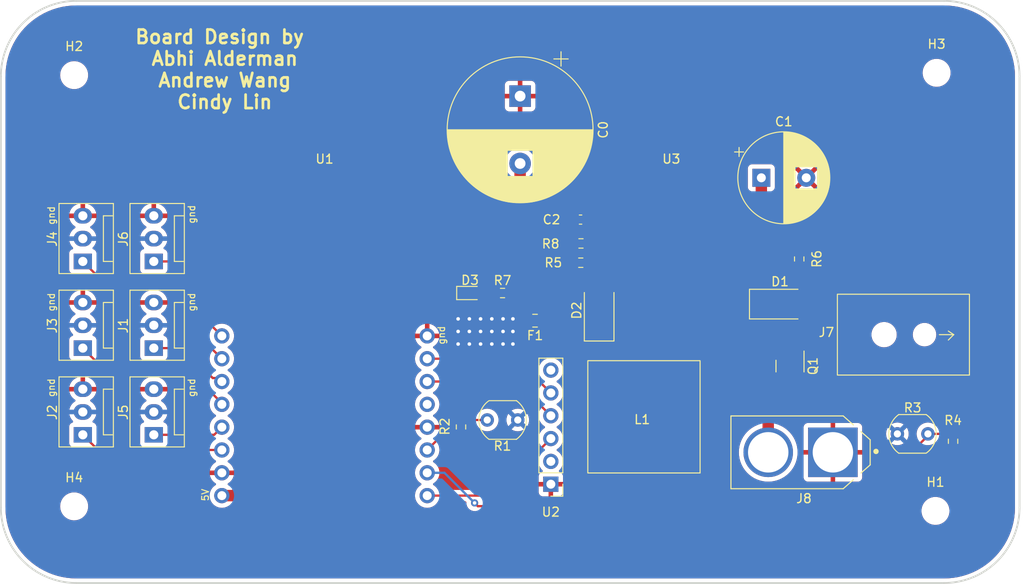
<source format=kicad_pcb>
(kicad_pcb (version 20211014) (generator pcbnew)
  (layers (0 "F.Cu" signal) (31 "B.Cu" signal) (34 "B.Paste" user) (35 "F.Paste" user) (36 "B.SilkS" user "B.Silkscreen") (37 "F.SilkS" user "F.Silkscreen") (38 "B.Mask" user) (39 "F.Mask" user) (44 "Edge.Cuts" user))
  (net 0 "")
  (net 1 "GND")
  (net 2 "5Vesp")
  (net 3 "Net-(C1-Pad1)")
  (net 4 "Net-(C2-Pad1)")
  (net 5 "VBUS")
  (net 6 "Net-(D2-Pad1)")
  (net 7 "5V")
  (net 8 "IO15")
  (net 9 "IO13")
  (net 10 "IO12")
  (net 11 "IO4")
  (net 12 "IO2")
  (net 13 "IO14")
  (net 14 "VBAT")
  (net 15 "IO0")
  (net 16 "IO16")
  (net 17 "Net-(R5-Pad2)")
  (net 18 "Net-(U1-Pad9)")
  (net 19 "Net-(U1-Pad10)")
  (net 21 "Net-(U1-Pad15)")
  (net 24 "Net-(C2-Pad2)")
  (net 25 "Net-(D3-Pad2)")
  (footprint "MountingHole:MountingHole_2.1mm" (layer "F.Cu") (at 79.756 46.863)
    (fp_text reference "H2" (at 0 -3.2) (layer "F.SilkS"))
    (fp_text value "MountingHole")
    (pad "" np_thru_hole circle (at 0 0) (size 2.1 2.1) (drill 2.1) (layers *.Cu *.Mask))
  )
  (footprint "Diode_SMD:D_SMA" (layer "F.Cu") (at 138.2 73.0625 90)
    (fp_text reference "D2" (at 0 -2.5 90) (layer "F.SilkS"))
    (fp_text value "D_Schottky")
    (pad "1" smd rect (at -2 0 90) (size 2.5 1.8) (layers "F.Cu" "F.Paste" "F.Mask") (net 6 "Net-(D2-Pad1)"))
    (pad "2" smd rect (at 2 0 90) (size 2.5 1.8) (layers "F.Cu" "F.Paste" "F.Mask") (net 1 "GND"))
  )
  (footprint "Connector:FanPinHeader_1x03_P2.54mm_Vertical" (layer "F.Cu") (at 88.621 77.254 90)
    (fp_text reference "J1" (at 2.5 -3.4 90) (layer "F.SilkS"))
    (fp_text value "Conn_01x03_Male")
    (pad "1" thru_hole rect (at 0 0 180) (size 2.03 1.73) (drill 1.02) (layers *.Cu *.Mask) (net 13 "IO14"))
    (pad "2" thru_hole oval (at 2.54 0 180) (size 2.03 1.73) (drill 1.02) (layers *.Cu *.Mask) (net 7 "5V"))
    (pad "3" thru_hole oval (at 5.08 0 180) (size 2.03 1.73) (drill 1.02) (layers *.Cu *.Mask) (net 1 "GND"))
  )
  (footprint "OptoDevice:R_LDR_5.1x4.3mm_P3.4mm_Vertical" (layer "F.Cu") (at 171.4 86.8)
    (fp_text reference "R3" (at 1.7 -2.9) (layer "F.SilkS"))
    (fp_text value "LDR07")
    (pad "1" thru_hole circle (at 0 0) (size 1.5 1.5) (drill 0.8) (layers *.Cu *.Mask) (net 7 "5V"))
    (pad "2" thru_hole circle (at 3.4 0) (size 1.5 1.5) (drill 0.8) (layers *.Cu *.Mask) (net 16 "IO16"))
  )
  (footprint "Symbol:MC34167 - 5V StepDownRegulator" (layer "F.Cu") (at 146.221 65.844)
    (fp_text reference "U3" (at 0.014 -9.644 unlocked) (layer "F.SilkS"))
    (fp_text value "MC34167")
    (pad "1" smd roundrect (at -3.404 6.115) (size 1.016 3.05) (layers "F.Cu" "F.Paste" "F.Mask") (roundrect_rratio 0.1476377953) (net 17 "Net-(R5-Pad2)"))
    (pad "2" smd roundrect (at -1.702 6.115) (size 1.016 3.05) (layers "F.Cu" "F.Paste" "F.Mask") (roundrect_rratio 0.1476377953) (net 6 "Net-(D2-Pad1)"))
    (pad "3" smd roundrect (at 0 6.115) (size 1.016 3.05) (layers "F.Cu" "F.Paste" "F.Mask") (roundrect_rratio 0.1476377953) (net 1 "GND"))
    (pad "4" smd roundrect (at 1.702 6.115) (size 1.016 3.05) (layers "F.Cu" "F.Paste" "F.Mask") (roundrect_rratio 0.1476377953) (net 3 "Net-(C1-Pad1)"))
    (pad "5" smd roundrect (at 3.404 6.115) (size 1.016 3.05) (layers "F.Cu" "F.Paste" "F.Mask") (roundrect_rratio 0.1476377953) (net 4 "Net-(C2-Pad1)"))
    (pad "6" smd roundrect (at 0 -4.19) (size 10.49 8.38) (layers "F.Cu" "F.Paste" "F.Mask") (roundrect_rratio 0.05966587112) (net 1 "GND"))
  )
  (footprint "OptoDevice:R_LDR_5.1x4.3mm_P3.4mm_Vertical" (layer "F.Cu") (at 129.139 85.254 180)
    (fp_text reference "R1" (at 1.7 -2.9) (layer "F.SilkS"))
    (fp_text value "LDR07")
    (pad "1" thru_hole circle (at 0 0 180) (size 1.5 1.5) (drill 0.8) (layers *.Cu *.Mask) (net 7 "5V"))
    (pad "2" thru_hole circle (at 3.4 0 180) (size 1.5 1.5) (drill 0.8) (layers *.Cu *.Mask) (net 15 "IO0"))
  )
  (footprint "Connector:FanPinHeader_1x03_P2.54mm_Vertical" (layer "F.Cu") (at 88.621 86.904 90)
    (fp_text reference "J5" (at 2.5 -3.4 90) (layer "F.SilkS"))
    (fp_text value "Conn_01x03_Male")
    (pad "1" thru_hole rect (at 0 0 180) (size 2.03 1.73) (drill 1.02) (layers *.Cu *.Mask) (net 9 "IO13"))
    (pad "2" thru_hole oval (at 2.54 0 180) (size 2.03 1.73) (drill 1.02) (layers *.Cu *.Mask) (net 7 "5V"))
    (pad "3" thru_hole oval (at 5.08 0 180) (size 2.03 1.73) (drill 1.02) (layers *.Cu *.Mask) (net 1 "GND"))
  )
  (footprint "Resistor_SMD:R_0603_1608Metric" (layer "F.Cu") (at 127.445 71.12 180)
    (fp_text reference "R7" (at 0 1.397) (layer "F.SilkS"))
    (fp_text value "604")
    (pad "1" smd roundrect (at -0.825 0 180) (size 0.8 0.95) (layers "F.Cu" "F.Paste" "F.Mask") (net 7 "5V"))
    (pad "2" smd roundrect (at 0.825 0 180) (size 0.8 0.95) (layers "F.Cu" "F.Paste" "F.Mask") (net 25 "Net-(D3-Pad2)"))
  )
  (footprint "Diode_SMD:D_SMA" (layer "F.Cu") (at 158.3335 72.354)
    (fp_text reference "D1" (at 0 -2.5) (layer "F.SilkS"))
    (fp_text value "D_Schottky")
    (pad "1" smd rect (at -2 0) (size 2.5 1.8) (layers "F.Cu" "F.Paste" "F.Mask") (net 3 "Net-(C1-Pad1)"))
    (pad "2" smd rect (at 2 0) (size 2.5 1.8) (layers "F.Cu" "F.Paste" "F.Mask") (net 5 "VBUS"))
  )
  (footprint "Package_TO_SOT_SMD:SOT-23" (layer "F.Cu") (at 159.446 79.254 -90)
    (fp_text reference "Q1" (at 0 -2.554 90) (layer "F.SilkS"))
    (fp_text value "DMG3414U")
    (pad "1" smd roundrect (at -0.9375 -0.95 270) (size 1.475 0.6) (layers "F.Cu" "F.Paste" "F.Mask") (net 5 "VBUS"))
    (pad "2" smd roundrect (at -0.9375 0.95 270) (size 1.475 0.6) (layers "F.Cu" "F.Paste" "F.Mask") (net 3 "Net-(C1-Pad1)"))
    (pad "3" smd roundrect (at 0.9375 0 270) (size 1.475 0.6) (layers "F.Cu" "F.Paste" "F.Mask") (net 14 "VBAT"))
  )
  (footprint "Symbol:barreljack-eye" (layer "F.Cu") (at 172.071 75.754 180)
    (fp_text reference "J7" (at 8.571 0.254 unlocked) (layer "F.SilkS"))
    (fp_text value "PJ-102A")
    (pad "" np_thru_hole circle (at 2.15 0 180) (size 1.8 1.8) (drill 1.8) (layers F&B.Cu *.Mask))
    (pad "" np_thru_hole circle (at -2.35 0 180) (size 1.6 1.6) (drill 1.6) (layers F&B.Cu *.Mask))
    (pad "1" smd roundrect (at -2.35 -5.5 180) (size 2 2) (layers "F.Cu" "F.Paste" "F.Mask") (roundrect_rratio 0.05) (net 5 "VBUS"))
    (pad "1" smd roundrect (at 3.85 -5.5 180) (size 2 2) (layers "F.Cu" "F.Paste" "F.Mask") (roundrect_rratio 0.05) (net 5 "VBUS"))
    (pad "2" smd roundrect (at -2.35 5.5 180) (size 2 2) (layers "F.Cu" "F.Paste" "F.Mask") (roundrect_rratio 0.05) (net 1 "GND"))
    (pad "3" smd roundrect (at 3.85 5.5 180) (size 2 2) (layers "F.Cu" "F.Paste" "F.Mask") (roundrect_rratio 0.05) (net 1 "GND"))
  )
  (footprint "Capacitor_SMD:C_0603_1608Metric" (layer "F.Cu") (at 136.129 62.946 180)
    (fp_text reference "C2" (at 3.229 -0.004) (layer "F.SilkS"))
    (fp_text value "0.1uF")
    (pad "1" smd roundrect (at -0.775 0 180) (size 0.9 0.95) (layers "F.Cu" "F.Paste" "F.Mask") (net 4 "Net-(C2-Pad1)"))
    (pad "2" smd roundrect (at 0.775 0 180) (size 0.9 0.95) (layers "F.Cu" "F.Paste" "F.Mask") (net 24 "Net-(C2-Pad2)"))
  )
  (footprint "Resistor_SMD:R_0603_1608Metric" (layer "F.Cu") (at 136.154 67.746)
    (fp_text reference "R5" (at -3.054 0.004) (layer "F.SilkS"))
    (fp_text value "6.8k")
    (pad "1" smd roundrect (at -0.825 0) (size 0.8 0.95) (layers "F.Cu" "F.Paste" "F.Mask") (net 2 "5Vesp"))
    (pad "2" smd roundrect (at 0.825 0) (size 0.8 0.95) (layers "F.Cu" "F.Paste" "F.Mask") (net 17 "Net-(R5-Pad2)"))
  )
  (footprint "Connector:FanPinHeader_1x03_P2.54mm_Vertical" (layer "F.Cu") (at 80.721 77.254 90)
    (fp_text reference "J3" (at 2.5 -3.4 90) (layer "F.SilkS"))
    (fp_text value "Conn_01x03_Male")
    (pad "1" thru_hole rect (at 0 0 180) (size 2.03 1.73) (drill 1.02) (layers *.Cu *.Mask) (net 8 "IO15"))
    (pad "2" thru_hole oval (at 2.54 0 180) (size 2.03 1.73) (drill 1.02) (layers *.Cu *.Mask) (net 7 "5V"))
    (pad "3" thru_hole oval (at 5.08 0 180) (size 2.03 1.73) (drill 1.02) (layers *.Cu *.Mask) (net 1 "GND"))
  )
  (footprint "Resistor_SMD:R_0603_1608Metric" (layer "F.Cu") (at 160.471 67.329 90)
    (fp_text reference "R6" (at 0 1.962 90) (layer "F.SilkS"))
    (fp_text value "100k")
    (pad "1" smd roundrect (at -0.825 0 90) (size 0.8 0.95) (layers "F.Cu" "F.Paste" "F.Mask") (net 5 "VBUS"))
    (pad "2" smd roundrect (at 0.825 0 90) (size 0.8 0.95) (layers "F.Cu" "F.Paste" "F.Mask") (net 1 "GND"))
  )
  (footprint "Resistor_SMD:R_0603_1608Metric" (layer "F.Cu") (at 136.175 65.6 180)
    (fp_text reference "R8" (at 3.375 -0.05) (layer "F.SilkS"))
    (fp_text value "68k")
    (pad "1" smd roundrect (at -0.825 0 180) (size 0.8 0.95) (layers "F.Cu" "F.Paste" "F.Mask") (net 17 "Net-(R5-Pad2)"))
    (pad "2" smd roundrect (at 0.825 0 180) (size 0.8 0.95) (layers "F.Cu" "F.Paste" "F.Mask") (net 24 "Net-(C2-Pad2)"))
  )
  (footprint "Capacitor_THT:CP_Radial_D16.0mm_P7.50mm" (layer "F.Cu") (at 129.4 49.2 -90)
    (fp_text reference "C0" (at 3.75 -9.25 90) (layer "F.SilkS"))
    (fp_text value "4700uF")
    (pad "1" thru_hole rect (at 0 0 270) (size 2.4 2.4) (drill 1.2) (layers *.Cu *.Mask) (net 1 "GND"))
    (pad "2" thru_hole circle (at 7.5 0 270) (size 2.4 2.4) (drill 1.2) (layers *.Cu *.Mask) (net 2 "5Vesp"))
  )
  (footprint "CustomLibrary:ESP32-Cam" (layer "F.Cu") (at 107.627 78.254)
    (fp_text reference "U1" (at 0.006 -22.054 unlocked) (layer "F.SilkS"))
    (fp_text value "DFR0602")
    (pad "0" thru_hole oval (at -11.43 -2.36) (size 1.7 1.7) (drill 1) (layers *.Cu *.Mask) (net 11 "IO4"))
    (pad "1" thru_hole oval (at -11.43 0.18) (size 1.7 1.7) (drill 1) (layers *.Cu *.Mask) (net 12 "IO2"))
    (pad "2" thru_hole oval (at -11.43 2.72) (size 1.7 1.7) (drill 1) (layers *.Cu *.Mask) (net 13 "IO14"))
    (pad "3" thru_hole oval (at -11.43 5.26) (size 1.7 1.7) (drill 1) (layers *.Cu *.Mask) (net 8 "IO15"))
    (pad "4" thru_hole oval (at -11.43 7.8) (size 1.7 1.7) (drill 1) (layers *.Cu *.Mask) (net 9 "IO13"))
    (pad "5" thru_hole oval (at -11.43 10.34) (size 1.7 1.7) (drill 1) (layers *.Cu *.Mask) (net 10 "IO12"))
    (pad "6" thru_hole oval (at -11.43 12.88) (size 1.7 1.7) (drill 1) (layers *.Cu *.Mask) (net 1 "GND"))
    (pad "7" thru_hole oval (at -11.43 15.42) (size 1.7 1.7) (drill 1) (layers *.Cu *.Mask) (net 2 "5Vesp"))
    (pad "8" thru_hole oval (at 11.43 -2.36) (size 1.7 1.7) (drill 1) (layers *.Cu *.Mask) (net 1 "GND"))
    (pad "9" thru_hole oval (at 11.43 0.18) (size 1.7 1.7) (drill 1) (layers *.Cu *.Mask) (net 18 "Net-(U1-Pad9)"))
    (pad "10" thru_hole oval (at 11.43 2.72) (size 1.7 1.7) (drill 1) (layers *.Cu *.Mask) (net 19 "Net-(U1-Pad10)"))
    (pad "11" thru_hole oval (at 11.43 5.26) (size 1.7 1.7) (drill 1) (layers *.Cu *.Mask))
    (pad "12" thru_hole oval (at 11.43 7.8) (size 1.7 1.7) (drill 1) (layers *.Cu *.Mask) (net 1 "GND"))
    (pad "13" thru_hole oval (at 11.43 10.34) (size 1.7 1.7) (drill 1) (layers *.Cu *.Mask) (net 15 "IO0"))
    (pad "14" thru_hole oval (at 11.43 12.88) (size 1.7 1.7) (drill 1) (layers *.Cu *.Mask) (net 16 "IO16"))
    (pad "15" thru_hole oval (at 11.43 15.42) (size 1.7 1.7) (drill 1) (layers *.Cu *.Mask) (net 21 "Net-(U1-Pad15)"))
  )
  (footprint "CustomLibrary:XT60-M" (layer "F.Cu") (at 160.621 88.854 180)
    (fp_text reference "J8" (at -0.379 -5.146) (layer "F.SilkS") (effects (font (size 1.000693 1.000693))))
    (fp_text value "XT60-M")
    (pad "1" thru_hole rect (at -3.6 0 180) (size 5.516 5.516) (drill 4.5) (layers *.Cu *.Mask) (net 1 "GND"))
    (pad "2" thru_hole circle (at 3.6 0 180) (size 5.516 5.516) (drill 4.5) (layers *.Cu *.Mask) (net 14 "VBAT"))
  )
  (footprint "Fuse:Fuse_0805_2012Metric" (layer "F.Cu") (at 131.0625 74.2 180)
    (fp_text reference "F1" (at 0 -1.65) (layer "F.SilkS"))
    (fp_text value "Polyfuse")
    (pad "1" smd roundrect (at -0.9375 0 180) (size 0.975 1.4) (layers "F.Cu" "F.Paste" "F.Mask") (net 2 "5Vesp"))
    (pad "2" smd roundrect (at 0.9375 0 180) (size 0.975 1.4) (layers "F.Cu" "F.Paste" "F.Mask") (net 7 "5V"))
  )
  (footprint "Resistor_SMD:R_0603_1608Metric" (layer "F.Cu") (at 122.821 86.029 -90)
    (fp_text reference "R2" (at -0.05 1.79 90) (layer "F.SilkS"))
    (fp_text value "1k")
    (pad "1" smd roundrect (at -0.825 0 270) (size 0.8 0.95) (layers "F.Cu" "F.Paste" "F.Mask") (net 15 "IO0"))
    (pad "2" smd roundrect (at 0.825 0 270) (size 0.8 0.95) (layers "F.Cu" "F.Paste" "F.Mask") (net 1 "GND"))
  )
  (footprint "MountingHole:MountingHole_2.1mm" (layer "F.Cu") (at 175.768 46.609)
    (fp_text reference "H3" (at 0 -3.2) (layer "F.SilkS"))
    (fp_text value "MountingHole")
    (pad "" np_thru_hole circle (at 0 0) (size 2.1 2.1) (drill 2.1) (layers *.Cu *.Mask))
  )
  (footprint "LED_SMD:LED_0603_1608Metric" (layer "F.Cu") (at 123.825 71.12)
    (fp_text reference "D3" (at 0 -1.43) (layer "F.SilkS"))
    (fp_text value "LED")
    (pad "1" smd roundrect (at -0.7875 0) (size 0.875 0.95) (layers "F.Cu" "F.Paste" "F.Mask") (net 1 "GND"))
    (pad "2" smd roundrect (at 0.7875 0) (size 0.875 0.95) (layers "F.Cu" "F.Paste" "F.Mask") (net 25 "Net-(D3-Pad2)"))
  )
  (footprint "Connector:FanPinHeader_1x03_P2.54mm_Vertical" (layer "F.Cu") (at 88.621 67.604 90)
    (fp_text reference "J6" (at 2.5 -3.4 90) (layer "F.SilkS"))
    (fp_text value "Conn_01x03_Male")
    (pad "1" thru_hole rect (at 0 0 180) (size 2.03 1.73) (drill 1.02) (layers *.Cu *.Mask) (net 11 "IO4"))
    (pad "2" thru_hole oval (at 2.54 0 180) (size 2.03 1.73) (drill 1.02) (layers *.Cu *.Mask) (net 7 "5V"))
    (pad "3" thru_hole oval (at 5.08 0 180) (size 2.03 1.73) (drill 1.02) (layers *.Cu *.Mask) (net 1 "GND"))
  )
  (footprint "Connector:FanPinHeader_1x03_P2.54mm_Vertical" (layer "F.Cu") (at 80.721 86.904 90)
    (fp_text reference "J2" (at 2.5 -3.4 90) (layer "F.SilkS"))
    (fp_text value "Conn_01x03_Male")
    (pad "1" thru_hole rect (at 0 0 180) (size 2.03 1.73) (drill 1.02) (layers *.Cu *.Mask) (net 10 "IO12"))
    (pad "2" thru_hole oval (at 2.54 0 180) (size 2.03 1.73) (drill 1.02) (layers *.Cu *.Mask) (net 7 "5V"))
    (pad "3" thru_hole oval (at 5.08 0 180) (size 2.03 1.73) (drill 1.02) (layers *.Cu *.Mask) (net 1 "GND"))
  )
  (footprint "MountingHole:MountingHole_2.1mm" (layer "F.Cu") (at 175.641 95.377)
    (fp_text reference "H1" (at 0 -3.2) (layer "F.SilkS"))
    (fp_text value "MountingHole")
    (pad "" np_thru_hole circle (at 0 0) (size 2.1 2.1) (drill 2.1) (layers *.Cu *.Mask))
  )
  (footprint "Connector_PinHeader_2.54mm:PinHeader_1x06_P2.54mm_Vertical" (layer "F.Cu") (at 132.821 92.404 180)
    (fp_text reference "U2" (at 0 -3.096) (layer "F.SilkS"))
    (fp_text value "DEV-14050")
    (pad "1" thru_hole rect (at 0 0 180) (size 1.7 1.7) (drill 1) (layers *.Cu *.Mask) (net 1 "GND"))
    (pad "2" thru_hole oval (at 0 2.54 180) (size 1.7 1.7) (drill 1) (layers *.Cu *.Mask))
    (pad "3" thru_hole oval (at 0 5.08 180) (size 1.7 1.7) (drill 1) (layers *.Cu *.Mask) (net 21 "Net-(U1-Pad15)"))
    (pad "4" thru_hole oval (at 0 7.62 180) (size 1.7 1.7) (drill 1) (layers *.Cu *.Mask) (net 19 "Net-(U1-Pad10)"))
    (pad "5" thru_hole oval (at 0 10.16 180) (size 1.7 1.7) (drill 1) (layers *.Cu *.Mask) (net 18 "Net-(U1-Pad9)"))
    (pad "6" thru_hole oval (at 0 12.7 180) (size 1.7 1.7) (drill 1) (layers *.Cu *.Mask))
  )
  (footprint "Resistor_SMD:R_0603_1608Metric" (layer "F.Cu") (at 177.6 87.625 -90)
    (fp_text reference "R4" (at -2.325 0 180) (layer "F.SilkS"))
    (fp_text value "1k")
    (pad "1" smd roundrect (at -0.825 0 270) (size 0.8 0.95) (layers "F.Cu" "F.Paste" "F.Mask") (net 16 "IO16"))
    (pad "2" smd roundrect (at 0.825 0 270) (size 0.8 0.95) (layers "F.Cu" "F.Paste" "F.Mask") (net 1 "GND"))
  )
  (footprint "Connector:FanPinHeader_1x03_P2.54mm_Vertical" (layer "F.Cu") (at 80.721 67.604 90)
    (fp_text reference "J4" (at 2.5 -3.4 90) (layer "F.SilkS"))
    (fp_text value "Conn_01x03_Male")
    (pad "1" thru_hole rect (at 0 0 180) (size 2.03 1.73) (drill 1.02) (layers *.Cu *.Mask) (net 12 "IO2"))
    (pad "2" thru_hole oval (at 2.54 0 180) (size 2.03 1.73) (drill 1.02) (layers *.Cu *.Mask) (net 7 "5V"))
    (pad "3" thru_hole oval (at 5.08 0 180) (size 2.03 1.73) (drill 1.02) (layers *.Cu *.Mask) (net 1 "GND"))
  )
  (footprint "CustomLibrary:SRR1280-181K" (layer "F.Cu") (at 143.187 84.902 180)
    (fp_text reference "L1" (at 0.2 -0.3 unlocked) (layer "F.SilkS"))
    (fp_text value "190 uH")
    (pad "1" smd rect (at -4.85 0 180) (size 2.9 5.4) (layers "F.Cu" "F.Paste" "F.Mask") (net 6 "Net-(D2-Pad1)"))
    (pad "2" smd rect (at 4.9 0 180) (size 2.9 5.4) (layers "F.Cu" "F.Paste" "F.Mask") (net 2 "5Vesp"))
  )
  (footprint "MountingHole:MountingHole_2.1mm" (layer "F.Cu") (at 79.756 94.869)
    (fp_text reference "H4" (at 0 -3.2) (layer "F.SilkS"))
    (fp_text value "MountingHole")
    (pad "" np_thru_hole circle (at 0 0) (size 2.1 2.1) (drill 2.1) (layers *.Cu *.Mask))
  )
  (footprint "Capacitor_THT:CP_Radial_D10.0mm_P5.00mm" (layer "F.Cu") (at 156.255323 58.293)
    (fp_text reference "C1" (at 2.5 -6.25) (layer "F.SilkS"))
    (fp_text value "330uF")
    (pad "1" thru_hole rect (at 0 0) (size 2 2) (drill 1) (layers *.Cu *.Mask) (net 3 "Net-(C1-Pad1)"))
    (pad "2" thru_hole circle (at 5 0) (size 2 2) (drill 1) (layers *.Cu *.Mask) (net 1 "GND"))
  )
  (gr_line (start 80 38.6) (end 176.6 38.6) (layer "Edge.Cuts") (width 0.2))
  (gr_line (start 176.6 103.4) (end 80 103.4) (layer "Edge.Cuts") (width 0.2))
  (gr_line (start 71.6 47) (end 71.6 95) (layer "Edge.Cuts") (width 0.2))
  (gr_line (start 185 47) (end 185 95) (layer "Edge.Cuts") (width 0.2))
  (gr_arc (start 176.6 38.6) (mid 182.539697 41.060303) (end 185 47) (layer "Edge.Cuts") (width 0.2))
  (gr_arc (start 185 95) (mid 182.539697 100.939697) (end 176.6 103.4) (layer "Edge.Cuts") (width 0.2))
  (gr_arc (start 80 103.4) (mid 74.060303 100.939697) (end 71.6 95) (layer "Edge.Cuts") (width 0.2))
  (gr_arc (start 71.6 47) (mid 74.060303 41.060303) (end 80 38.6) (layer "Edge.Cuts") (width 0.2))
  (gr_text "gnd" (at 92.837 72.136 90) (layer "F.SilkS") (effects (font (size 0.75 0.75) (thickness 0.125))))
  (gr_text "gnd" (at 77.216 62.484 90) (layer "F.SilkS") (effects (font (size 0.75 0.75) (thickness 0.125))))
  (gr_text "gnd" (at 92.837 81.661 90) (layer "F.SilkS") (effects (font (size 0.75 0.75) (thickness 0.125))))
  (gr_text "gnd" (at 120.65 75.819 90) (layer "F.SilkS") (effects (font (size 0.75 0.75) (thickness 0.125))))
  (gr_text "5V" (at 94.361 93.599 90) (layer "F.SilkS") (effects (font (size 0.75 0.75) (thickness 0.125))))
  (gr_text "gnd" (at 77.216 72.136 90) (layer "F.SilkS") (effects (font (size 0.75 0.75) (thickness 0.125))))
  (gr_text "gnd" (at 77.216 81.661 90) (layer "F.SilkS") (effects (font (size 0.75 0.75) (thickness 0.125))))
  (gr_text "Board Design by \nAbhi Alderman\nAndrew Wang\nCindy Lin" (at 96.52 46.228) (layer "F.SilkS") (effects (font (size 1.5 1.5) (thickness 0.3))))
  (gr_text "gnd" (at 92.837 62.357 90) (layer "F.SilkS") (effects (font (size 0.75 0.75) (thickness 0.125))))
  (segment (start 135.329 67.746) (end 135.325 67.75) (width 0.25) (layer "F.Cu") (net 2))
  (segment (start 121.92 69.342) (end 97.587994 93.674006) (width 1.27) (layer "F.Cu") (net 2))
  (segment (start 131.99999 72.249995) (end 131.99999 74.19999) (width 1.27) (layer "F.Cu") (net 2))
  (segment (start 129.191995 69.342) (end 121.92 69.342) (width 1.27) (layer "F.Cu") (net 2))
  (segment (start 129.45 69.6) (end 129.192 69.342) (width 0.25) (layer "F.Cu") (net 2))
  (segment (start 132 74.2) (end 138.587 80.787) (width 1.27) (layer "F.Cu") (net 2))
  (segment (start 129.399995 69.65) (end 129.399995 56.699988) (width 1.27) (layer "F.Cu") (net 2))
  (segment (start 97.587994 93.674006) (end 96.196988 93.674006) (width 1.27) (layer "F.Cu") (net 2))
  (segment (start 135.325002 67.750004) (end 129.550008 67.750004) (width 1.27) (layer "F.Cu") (net 2))
  (segment (start 138.587 80.787) (end 138.587 85.102) (width 1.27) (layer "F.Cu") (net 2))
  (segment (start 129.399995 69.65) (end 131.99999 72.249995) (width 1.27) (layer "F.Cu") (net 2))
  (segment (start 148.336 74.549) (end 147.922996 74.135996) (width 1.27) (layer "F.Cu") (net 3))
  (segment (start 156.255314 72.294674) (end 156.255314 58.293) (width 1.27) (layer "F.Cu") (net 3))
  (segment (start 156.196005 72.354008) (end 156.196005 76.01651) (width 1.27) (layer "F.Cu") (net 3))
  (segment (start 156.196 72.354) (end 156.255323 72.294677) (width 1) (layer "F.Cu") (net 3))
  (segment (start 156.196005 76.01651) (end 158.496 78.316506) (width 1.27) (layer "F.Cu") (net 3))
  (segment (start 153.934998 74.614989) (end 156.196005 72.354008) (width 1.27) (layer "F.Cu") (net 3))
  (segment (start 153.869009 74.549) (end 148.336 74.549) (width 1.27) (layer "F.Cu") (net 3))
  (segment (start 147.922996 74.135996) (end 147.922996 71.958987) (width 1.27) (layer "F.Cu") (net 3))
  (segment (start 153.935 74.615) (end 153.869 74.549) (width 1) (layer "F.Cu") (net 3))
  (segment (start 149.625 70.377) (end 149.625 70.425) (width 0.25) (layer "F.Cu") (net 4))
  (segment (start 142.748 68.834) (end 148.082 68.834) (width 1.27) (layer "F.Cu") (net 4))
  (segment (start 148.082 68.834) (end 149.624999 70.376999) (width 1.27) (layer "F.Cu") (net 4))
  (segment (start 136.903993 62.989993) (end 142.748 68.834) (width 1.27) (layer "F.Cu") (net 4))
  (segment (start 136.904 62.946) (end 136.904 62.99) (width 0.25) (layer "F.Cu") (net 4))
  (segment (start 149.624999 71.958987) (end 149.624999 70.425005) (width 1.27) (layer "F.Cu") (net 4))
  (segment (start 174.421013 81.25399) (end 168.221 81.25399) (width 1.27) (layer "F.Cu") (net 5))
  (segment (start 163.333506 81.25399) (end 160.395996 78.316506) (width 1.27) (layer "F.Cu") (net 5))
  (segment (start 160.396 72.429) (end 160.471 72.354) (width 1) (layer "F.Cu") (net 5))
  (segment (start 160.395996 78.316506) (end 160.395996 72.428989) (width 1.27) (layer "F.Cu") (net 5))
  (segment (start 168.221 81.25399) (end 163.333506 81.25399) (width 1.27) (layer "F.Cu") (net 5))
  (segment (start 160.471002 68.153991) (end 160.471002 72.354008) (width 1.27) (layer "F.Cu") (net 5))
  (segment (start 144.438 75.2) (end 144.519 75.281) (width 0.25) (layer "F.Cu") (net 6))
  (segment (start 144.51899 71.958987) (end 144.51899 75.281003) (width 1.27) (layer "F.Cu") (net 6))
  (segment (start 138.200003 75.200002) (end 144.437989 75.200002) (width 1.27) (layer "F.Cu") (net 6))
  (segment (start 144.51899 75.281003) (end 144.51899 80.139997) (width 1.27) (layer "F.Cu") (net 6))
  (segment (start 144.51899 80.139997) (end 149.027007 84.647989) (width 1.27) (layer "F.Cu") (net 6))
  (segment (start 128.27 71.12) (end 128.27 73.67) (width 0.25) (layer "F.Cu") (net 7))
  (segment (start 128.27 73.67) (end 128.6 74) (width 0.25) (layer "F.Cu") (net 7))
  (via (at 122.5 74) (size 0.8) (drill 0.4) (layers "F.Cu" "B.Cu") (net 7))
  (via (at 127.5 75.4) (size 0.8) (drill 0.4) (layers "F.Cu" "B.Cu") (net 7))
  (via (at 128.6 76.8) (size 0.8) (drill 0.4) (layers "F.Cu" "B.Cu") (net 7))
  (via (at 122.5 76.8) (size 0.8) (drill 0.4) (layers "F.Cu" "B.Cu") (net 7))
  (via (at 122.5 75.4) (size 0.8) (drill 0.4) (layers "F.Cu" "B.Cu") (net 7))
  (via (at 123.75 75.4) (size 0.8) (drill 0.4) (layers "F.Cu" "B.Cu") (net 7))
  (via (at 127.5 76.8) (size 0.8) (drill 0.4) (layers "F.Cu" "B.Cu") (net 7))
  (via (at 125 74) (size 0.8) (drill 0.4) (layers "F.Cu" "B.Cu") (net 7))
  (via (at 123.75 74) (size 0.8) (drill 0.4) (layers "F.Cu" "B.Cu") (net 7))
  (via (at 128.6 74) (size 0.8) (drill 0.4) (layers "F.Cu" "B.Cu") (net 7))
  (via (at 125 75.4) (size 0.8) (drill 0.4) (layers "F.Cu" "B.Cu") (net 7))
  (via (at 126.25 76.8) (size 0.8) (drill 0.4) (layers "F.Cu" "B.Cu") (net 7))
  (via (at 123.75 76.8) (size 0.8) (drill 0.4) (layers "F.Cu" "B.Cu") (net 7))
  (via (at 125 76.8) (size 0.8) (drill 0.4) (layers "F.Cu" "B.Cu") (net 7))
  (via (at 126.25 74) (size 0.8) (drill 0.4) (layers "F.Cu" "B.Cu") (net 7))
  (via (at 128.6 75.4) (size 0.8) (drill 0.4) (layers "F.Cu" "B.Cu") (net 7))
  (via (at 126.25 75.4) (size 0.8) (drill 0.4) (layers "F.Cu" "B.Cu") (net 7))
  (via (at 127.5 74) (size 0.8) (drill 0.4) (layers "F.Cu" "B.Cu") (net 7))
  (segment (start 96.191 83.514) (end 96.191 83.372) (width 0.25) (layer "F.Cu") (net 8))
  (segment (start 83.035 79.568) (end 80.721 77.254) (width 0.25) (layer "F.Cu") (net 8))
  (segment (start 92.387 79.568) (end 83.035 79.568) (width 0.25) (layer "F.Cu") (net 8))
  (segment (start 96.191 83.372) (end 92.387 79.568) (width 0.25) (layer "F.Cu") (net 8))
  (segment (start 88.621 86.904) (end 95.341 86.904) (width 0.25) (layer "F.Cu") (net 9))
  (segment (start 95.341 86.904) (end 96.191 86.054) (width 0.25) (layer "F.Cu") (net 9))
  (segment (start 80.721 86.904) (end 82.411 88.594) (width 0.25) (layer "F.Cu") (net 10))
  (segment (start 82.411 88.594) (end 96.197 88.594) (width 0.25) (layer "F.Cu") (net 10))
  (segment (start 93.403 73.106) (end 93.403 70.17) (width 0.25) (layer "F.Cu") (net 11))
  (segment (start 90.837 67.604) (end 88.621 67.604) (width 0.25) (layer "F.Cu") (net 11))
  (segment (start 93.403 70.17) (end 90.837 67.604) (width 0.25) (layer "F.Cu") (net 11))
  (segment (start 96.191 75.894) (end 93.403 73.106) (width 0.25) (layer "F.Cu") (net 11))
  (segment (start 83.033 69.916) (end 92.133 69.916) (width 0.25) (layer "F.Cu") (net 12))
  (segment (start 92.641 74.884) (end 96.191 78.434) (width 0.25) (layer "F.Cu") (net 12))
  (segment (start 92.133 69.916) (end 92.641 70.424) (width 0.25) (layer "F.Cu") (net 12))
  (segment (start 92.641 70.424) (end 92.641 74.884) (width 0.25) (layer "F.Cu") (net 12))
  (segment (start 80.721 67.604) (end 83.033 69.916) (width 0.25) (layer "F.Cu") (net 12))
  (segment (start 91.851 77.254) (end 88.621 77.254) (width 0.25) (layer "F.Cu") (net 13))
  (segment (start 96.191 80.974) (end 95.801 80.584) (width 0.25) (layer "F.Cu") (net 13))
  (segment (start 95.801 80.584) (end 95.181 80.584) (width 0.25) (layer "F.Cu") (net 13))
  (segment (start 95.181 80.584) (end 91.851 77.254) (width 0.25) (layer "F.Cu") (net 13))
  (segment (start 159.446011 80.191508) (end 157.020997 82.616497) (width 1.27) (layer "F.Cu") (net 14))
  (segment (start 157.020997 82.616497) (end 157.020997 88.854001) (width 1.27) (layer "F.Cu") (net 14))
  (segment (start 122.821 85.204) (end 122.441 85.204) (width 0.25) (layer "F.Cu") (net 15))
  (segment (start 122.821 85.204) (end 122.871 85.254) (width 0.25) (layer "F.Cu") (net 15))
  (segment (start 122.441 85.204) (end 119.051 88.594) (width 0.25) (layer "F.Cu") (net 15))
  (segment (start 122.871 85.254) (end 125.739 85.254) (width 0.25) (layer "F.Cu") (net 15))
  (segment (start 162.862 94.854) (end 162.814 94.806) (width 0.25) (layer "F.Cu") (net 16))
  (segment (start 174.8 87) (end 166.946 94.854) (width 0.25) (layer "F.Cu") (net 16))
  (segment (start 166.946 94.854) (end 162.862 94.854) (width 0.25) (layer "F.Cu") (net 16))
  (segment (start 174.8 86.8) (end 174.8 87) (width 0.25) (layer "F.Cu") (net 16))
  (segment (start 177.6 86.8) (end 174.8 86.8) (width 0.25) (layer "F.Cu") (net 16))
  (segment (start 124.693511 94.848511) (end 124.333 94.488) (width 0.25) (layer "F.Cu") (net 16))
  (segment (start 162.771489 94.848511) (end 124.693511 94.848511) (width 0.25) (layer "F.Cu") (net 16))
  (segment (start 162.814 94.806) (end 162.771489 94.848511) (width 0.25) (layer "F.Cu") (net 16))
  (via (at 124.333 94.488) (size 0.8) (drill 0.4) (layers "F.Cu" "B.Cu") (net 16))
  (segment (start 124.333 94.488) (end 120.979 91.134) (width 0.25) (layer "B.Cu") (net 16))
  (segment (start 120.979 91.134) (end 119.057 91.134) (width 0.25) (layer "B.Cu") (net 16))
  (segment (start 137 67.725) (end 136.979 67.746) (width 0.25) (layer "F.Cu") (net 17))
  (segment (start 142.817012 71.958987) (end 138.60399 67.745991) (width 1.27) (layer "F.Cu") (net 17))
  (segment (start 137.000005 65.599996) (end 137.000005 67.725011) (width 1.27) (layer "F.Cu") (net 17))
  (segment (start 136.979 67.745991) (end 138.60399 67.745991) (width 1.27) (layer "F.Cu") (net 17))
  (segment (start 129.011 78.434) (end 119.051 78.434) (width 0.25) (layer "F.Cu") (net 18))
  (segment (start 132.821 82.244) (end 129.011 78.434) (width 0.25) (layer "F.Cu") (net 18))
  (segment (start 129.011 80.974) (end 119.051 80.974) (width 0.25) (layer "F.Cu") (net 19))
  (segment (start 132.821 84.784) (end 129.011 80.974) (width 0.25) (layer "F.Cu") (net 19))
  (segment (start 126.471 93.674) (end 132.821 87.324) (width 0.25) (layer "F.Cu") (net 21))
  (segment (start 119.051 93.674) (end 126.471 93.674) (width 0.25) (layer "F.Cu") (net 21))
  (segment (start 135.354009 62.946001) (end 135.354009 65.596008) (width 1.27) (layer "F.Cu") (net 24))
  (segment (start 135.354 65.596) (end 135.35 65.6) (width 0.25) (layer "F.Cu") (net 24))
  (segment (start 124.6125 71.12) (end 126.62 71.12) (width 0.25) (layer "F.Cu") (net 25))
  (zone (net 1) (net_name "GND") (layer "F.Cu") (connect_pads (clearance 0.508)) (min_thickness 0.254) (fill yes (thermal_gap 0.508) (thermal_bridge_width 0.508))
    (polygon (pts (xy 185 103.5) (xy 71.5 103.5) (xy 71.5 38.5) (xy 185.5 38.5)))
  )
  (zone (net 7) (net_name "5V") (layer "F.Cu") (priority 1) (connect_pads (clearance 0.508)) (min_thickness 0.254) (fill yes (thermal_gap 0.508) (thermal_bridge_width 0.508))
    (polygon (pts (xy 130.75 78) (xy 121.5 78) (xy 121.5 73) (xy 130.75 73)))
  )
  (zone (net 7) (net_name "5V") (layer "B.Cu") (connect_pads (clearance 0.508)) (min_thickness 0.254) (fill yes (thermal_gap 0.508) (thermal_bridge_width 0.508))
    (polygon (pts (xy 185 103.5) (xy 71.5 103.5) (xy 71.5 38.5) (xy 185.5 38.5)))
  )
)
</source>
